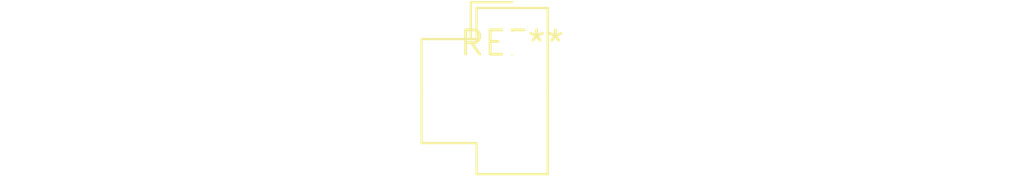
<source format=kicad_pcb>
(kicad_pcb (version 20240108) (generator pcbnew)
  (layers (0 "F.Cu" signal) (31 "B.Cu" signal) (34 "B.Paste" user) (35 "F.Paste" user) (36 "B.SilkS" user "B.Silkscreen") (37 "F.SilkS" user "F.Silkscreen") (38 "B.Mask" user) (39 "F.Mask" user) (44 "Edge.Cuts" user))
  (net 0 "")
  (footprint "Molex_Nano-Fit_105309-xx03_1x03_P2.50mm_Vertical" (layer "F.Cu") (at 0 0)
    (property "Reference" "REF**")
    (property "Value" "Molex_Nano-Fit_105309-xx03_1x03_P2.50mm_Vertical")
    (fp_line (start -4.71 -0.21) (end -4.71 2.5) (layer "F.SilkS") (stroke (width 0.12)))
    (fp_line (start -4.71 5.21) (end -4.71 2.5) (layer "F.SilkS") (stroke (width 0.12)))
    (fp_line (start -2.15 -2.13) (end -2.15 -0.21) (layer "F.SilkS") (stroke (width 0.12)))
    (fp_line (start -1.85 -1.83) (end -1.85 -0.21) (layer "F.SilkS") (stroke (width 0.12)))
    (fp_line (start -1.85 -0.21) (end -4.71 -0.21) (layer "F.SilkS") (stroke (width 0.12)))
    (fp_line (start -1.85 5.21) (end -4.71 5.21) (layer "F.SilkS") (stroke (width 0.12)))
    (fp_line (start -1.85 6.83) (end -1.85 5.21) (layer "F.SilkS") (stroke (width 0.12)))
    (fp_line (start 0 -2.13) (end -2.15 -2.13) (layer "F.SilkS") (stroke (width 0.12)))
    (fp_line (start 1.85 -1.83) (end -1.85 -1.83) (layer "F.SilkS") (stroke (width 0.12)))
    (fp_line (start 1.85 2.5) (end 1.85 -1.83) (layer "F.SilkS") (stroke (width 0.12)))
    (fp_line (start 1.85 2.5) (end 1.85 6.83) (layer "F.SilkS") (stroke (width 0.12)))
    (fp_line (start 1.85 6.83) (end -1.85 6.83) (layer "F.SilkS") (stroke (width 0.12)))
    (pad "" np_thru_hole circle (at -1.34 1.25) (size 1.3 1.3) (drill 1.3) (layers *.Cu *.Mask))
    (pad "1" thru_hole custom (at 0 0) (size 1.417157 1.417157) (drill 1.2) (layers *.Cu *.Mask) (remove_unused_layers) (options (clearance outline) (anchor circle)) (primitives (gr_poly (pts (xy 0.85 0.6) (xy -0.45 0.6) (xy -0.85 0.2) (xy -0.85 -0.6) (xy 0.85 -0.6)) (width 0.5) (fill yes))))
    (pad "2" thru_hole oval (at 0 2.5) (size 2.2 1.7) (drill 1.2) (layers *.Cu *.Mask) (remove_unused_layers))
    (pad "3" thru_hole oval (at 0 5) (size 2.2 1.7) (drill 1.2) (layers *.Cu *.Mask) (remove_unused_layers))
  )
)
</source>
